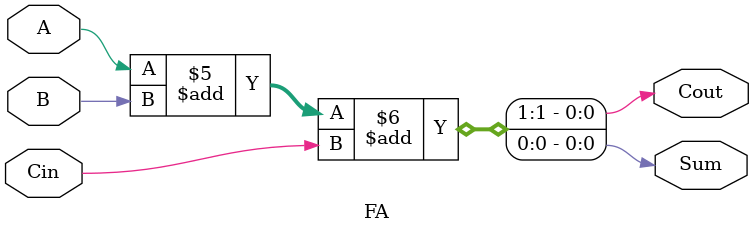
<source format=v>
module CLA17 (
    input clk,
    input rst_n,
    input  wire Cin,
    input  wire [16:0]  A,
    input  wire [16:0]  B,
    input               in_valid,
    output reg          out_valid,
    output wire [17:0]  result
);

localparam pCLA8_WIDTH = 8;
localparam one = 1'b1;
localparam zero = 1'b0;



//----- stage 0 -----//
reg [(pCLA8_WIDTH*2):0]     stage0_in_A;
reg [(pCLA8_WIDTH*2):0]     stage0_in_B;
reg                         stage0_Cin;
reg                         stage0_invalid;
wire [(pCLA8_WIDTH-1):0]    in_A[1:0];
wire [(pCLA8_WIDTH-1):0]    in_B[1:0];
wire [(pCLA8_WIDTH):0]      stage0_result[2:0];   
wire [1:0]                  stage0_fa_r[1:0];
//----- stage 0 -----//
//----- stage 1 -----//
reg  [(pCLA8_WIDTH):0]      stage1_in[2:0];
reg  [1:0]                  stage1_in_fa[1:0];
wire [(pCLA8_WIDTH):0]      stage1_result[1:0];
wire [1:0]                  stage1_result_fa;

always @(posedge clk or negedge rst_n) begin
    if (!rst_n) begin
        stage0_Cin <= 0;
        stage0_in_A <= {(pCLA8_WIDTH*2+1){1'b0}};
        stage0_in_B <= {(pCLA8_WIDTH*2+1){1'b0}};
        stage0_invalid <= 0;
    end else begin
        stage0_Cin <= Cin;
        stage0_in_A <= A;
        stage0_in_B <= B;
        stage0_invalid <= in_valid;
    end
end

assign in_A[0] = stage0_in_A[(pCLA8_WIDTH-1):0];
assign in_A[1] = stage0_in_A[(pCLA8_WIDTH*2-1):(pCLA8_WIDTH)];
assign in_B[0] = stage0_in_B[(pCLA8_WIDTH-1):0];
assign in_B[1] = stage0_in_B[(pCLA8_WIDTH*2-1):(pCLA8_WIDTH)];

CLA_8 CLA1(.Cin(zero), .A(in_A[0]), .B(in_B[0]), .result(stage0_result[0]));

CLA_8 CLA2(.Cin(zero), .A(in_A[1]), .B(in_B[1]), .result(stage0_result[1]));
CLA_8 CLA3(.Cin(one) , .A(in_A[1]), .B(in_B[1]), .result(stage0_result[2]));

FA FA1(.A(stage0_in_A[(pCLA8_WIDTH*2)]), .B(stage0_in_B[(pCLA8_WIDTH*2)]), .Cin(zero), .Cout(stage0_fa_r[0][1]), .Sum(stage0_fa_r[0][0]));
FA FA2(.A(stage0_in_A[(pCLA8_WIDTH*2)]), .B(stage0_in_B[(pCLA8_WIDTH*2)]), .Cin(one), .Cout(stage0_fa_r[1][1]), .Sum(stage0_fa_r[1][0]));

integer i;
always @(posedge clk or negedge rst_n) begin
    if (!rst_n) begin
        out_valid <= 0;
        for (i=0; i<3; i=i+1) begin
            stage1_in[i] <= {(pCLA8_WIDTH+1){1'b0}};
        end
        for (i=0; i<2; i=i+1) begin
          stage1_in_fa[i] <= {2'b0};
        end
    end else begin
        out_valid <= stage0_invalid;
        for (i=0; i<3; i=i+1) begin
            stage1_in[i] <= stage0_result[i];
        end
        for (i=0; i<2; i=i+1) begin
          stage1_in_fa[i] <= stage0_fa_r[i];
        end
    end
end

assign stage1_result[0] = stage1_in[0][(pCLA8_WIDTH):0];
assign stage1_result[1] = (stage1_result[0][(pCLA8_WIDTH)] == 1'b0)? stage1_in[1][(pCLA8_WIDTH):0]:stage1_in[2][(pCLA8_WIDTH):0];
assign stage1_result_fa = (stage1_result[1][(pCLA8_WIDTH)] == 1'b0)? stage1_in_fa[0]:stage1_in_fa[1];
assign result = {stage1_result_fa, stage1_result[1][(pCLA8_WIDTH-1):0], stage1_result[0][(pCLA8_WIDTH-1):0]};

endmodule //CLA17


module FA  (
    input  wire A,    
    input  wire B,     
    input  wire Cin,   
    output wire Sum,  
    output wire Cout   
);
    assign {Cout ,Sum } = A + B + Cin;
endmodule
</source>
